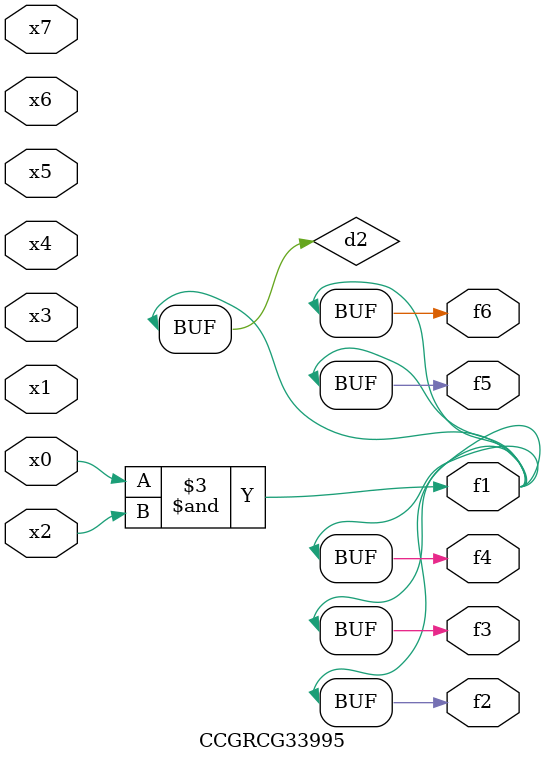
<source format=v>
module CCGRCG33995(
	input x0, x1, x2, x3, x4, x5, x6, x7,
	output f1, f2, f3, f4, f5, f6
);

	wire d1, d2;

	nor (d1, x3, x6);
	and (d2, x0, x2);
	assign f1 = d2;
	assign f2 = d2;
	assign f3 = d2;
	assign f4 = d2;
	assign f5 = d2;
	assign f6 = d2;
endmodule

</source>
